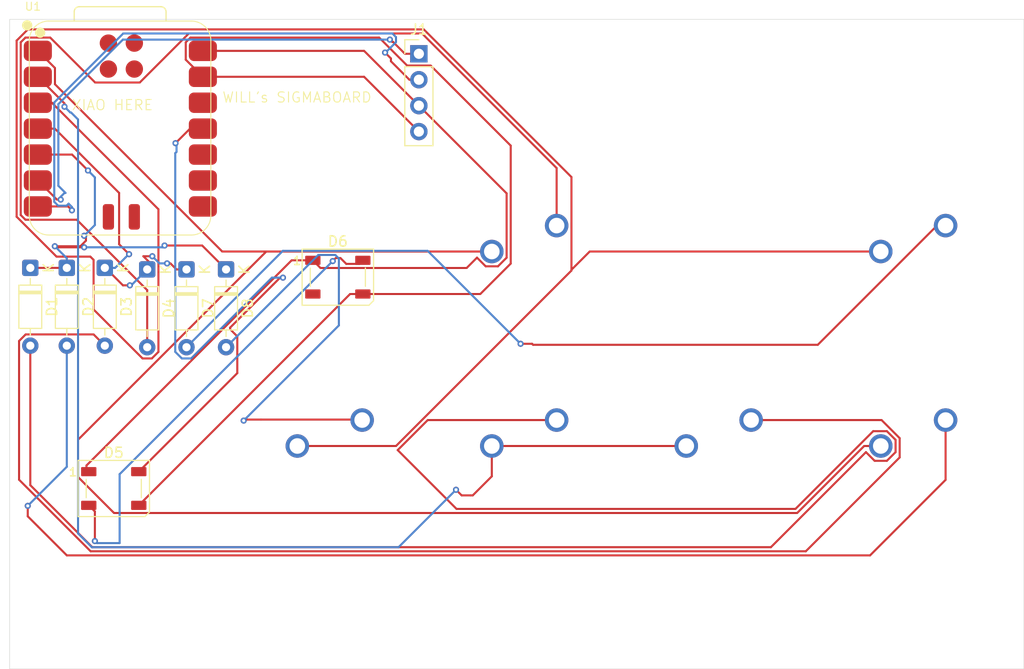
<source format=kicad_pcb>
(kicad_pcb (version 20241229) (generator "pcbnew") (generator_version "9.0")
  (layers (0 "F.Cu" signal) (2 "B.Cu" signal) (13 "F.Paste" user) (15 "B.Paste" user) (5 "F.SilkS" user "F.Silkscreen") (7 "B.SilkS" user "B.Silkscreen") (1 "F.Mask" user) (3 "B.Mask" user) (25 "Edge.Cuts" user))
  (net 0 "")
  (net 1 "Net-(D1-A)")
  (net 2 "ROW0")
  (net 3 "Net-(D2-A)")
  (net 4 "ROW1")
  (net 5 "GND")
  (net 6 "COL0")
  (net 7 "COL1")
  (net 8 "Net-(D3-A)")
  (net 9 "VCC")
  (net 11 "Net-(D4-A)")
  (net 12 "SDA")
  (net 13 "SCL")
  (net 14 "WS2812B")
  (net 15 "Net-(D5-DOUT)")
  (net 17 "COL2")
  (net 18 "Net-(D7-A)")
  (net 19 "Net-(D8-A)")
  (footprint "Diode_THT:D_DO-35_SOD27_P7.62mm_Horizontal" (layer "F.Cu") (at 135.925 92.09 -90)
    (property "Reference" "D3" (at 3.81 -2.12 90) (layer "F.SilkS"))
    (property "Value" "D")
    (fp_line (start 1.04 0) (end 1.69 0) (stroke (width 0.12)) (layer "F.SilkS"))
    (fp_line (start 6.58 0) (end 5.93 0) (stroke (width 0.12)) (layer "F.SilkS"))
    (fp_line (start 2.29 -1.12) (end 2.29 1.12) (stroke (width 0.12)) (layer "F.SilkS"))
    (fp_line (start 2.41 -1.12) (end 2.41 1.12) (stroke (width 0.12)) (layer "F.SilkS"))
    (fp_line (start 2.53 -1.12) (end 2.53 1.12) (stroke (width 0.12)) (layer "F.SilkS"))
    (fp_rect (start 1.69 -1.12) (end 5.93 1.12) (stroke (width 0.12)) (fill no) (layer "F.SilkS"))
    (fp_text user "K" (at 0 -1.8 90) (layer "F.SilkS"))
    (pad "1" thru_hole roundrect (at 0 0 270) (size 1.6 1.6) (drill 0.8) (layers "*.Cu" "*.Mask") (roundrect_rratio 0.15625) (net 4 "ROW1"))
    (pad "2" thru_hole circle (at 7.62 0 270) (size 1.6 1.6) (drill 0.8) (layers "*.Cu" "*.Mask") (net 8 "Net-(D3-A)"))
  )
  (footprint "Seeed Studio XIAO Series Library:XIAO-RP2040-SMD" (layer "F.Cu") (at 137.363 78.453)
    (property "Reference" "U1" (at -9.335 -11.5 0) (layer "F.SilkS") (effects (font (size 0.78232 0.78232) (thickness 0.10668)) (justify left bottom)))
    (property "Value" "Seeed Studio XIAO RP2040")
    (fp_line (start -8.835 8.513) (end -8.835 -8.632) (stroke (width 0.1)) (layer "F.SilkS"))
    (fp_line (start -6.93 10.418) (end 7.04 10.418) (stroke (width 0.1)) (layer "F.SilkS"))
    (fp_line (start -4.44 -10.537) (end -4.436272 -11.447272) (stroke (width 0.127)) (layer "F.SilkS"))
    (fp_line (start -3.936272 -11.947) (end 4.059 -11.947) (stroke (width 0.127)) (layer "F.SilkS"))
    (fp_line (start 4.559 -11.447) (end 4.559 -10.537) (stroke (width 0.127)) (layer "F.SilkS"))
    (fp_line (start 7.04 -10.537) (end -6.93 -10.537) (stroke (width 0.1)) (layer "F.SilkS"))
    (fp_line (start 8.945 8.513) (end 8.945 -8.632) (stroke (width 0.1)) (layer "F.SilkS"))
    (fp_arc (start -8.835 -8.636) (mid -8.277038 -9.983038) (end -6.93 -10.541) (stroke (width 0.1)) (layer "F.SilkS"))
    (fp_arc (start -6.93 10.418) (mid -8.277038 9.860038) (end -8.835 8.513) (stroke (width 0.1)) (layer "F.SilkS"))
    (fp_arc (start -4.436272 -11.447272) (mid -4.289724 -11.800644) (end -3.936272 -11.947) (stroke (width 0.127)) (layer "F.SilkS"))
    (fp_arc (start 4.059 -11.947) (mid 4.412553 -11.800553) (end 4.559 -11.447) (stroke (width 0.127)) (layer "F.SilkS"))
    (fp_arc (start 7.04 -10.537) (mid 8.387038 -9.979038) (end 8.945 -8.632) (stroke (width 0.1)) (layer "F.SilkS"))
    (fp_arc (start 8.945 8.513) (mid 8.387038 9.860038) (end 7.04 10.418) (stroke (width 0.1)) (layer "F.SilkS"))
    (fp_circle (center -9.045 -10.121) (end -9.045 -10.375) (stroke (width 0.5)) (fill yes) (layer "F.SilkS"))
    (fp_circle (center -7.771 -9.404) (end -7.771 -9.658) (stroke (width 0.5)) (fill yes) (layer "F.SilkS"))
    (pad "1" smd roundrect (at -8 -7.62) (size 2.75 2) (layers "F.Cu" "F.Mask" "F.Paste") (net 17 "COL2"))
    (pad "2" smd roundrect (at -8 -5.08) (size 2.75 2) (layers "F.Cu" "F.Mask" "F.Paste") (net 7 "COL1"))
    (pad "3" smd roundrect (at -8 -2.54) (size 2.75 2) (layers "F.Cu" "F.Mask" "F.Paste") (net 6 "COL0"))
    (pad "4" smd roundrect (at -8 0) (size 2.75 2) (layers "F.Cu" "F.Mask" "F.Paste") (net 4 "ROW1"))
    (pad "5" smd roundrect (at -8 2.54) (size 2.75 2) (layers "F.Cu" "F.Mask" "F.Paste") (net 2 "ROW0"))
    (pad "6" smd roundrect (at -8 5.08) (size 2.75 2) (layers "F.Cu" "F.Mask" "F.Paste") (net 12 "SDA"))
    (pad "7" smd roundrect (at -8 7.62) (size 2.75 2) (layers "F.Cu" "F.Mask" "F.Paste") (net 13 "SCL"))
    (pad "8" smd roundrect (at 8.165 7.62) (size 2.75 2) (layers "F.Cu" "F.Mask" "F.Paste"))
    (pad "9" smd roundrect (at 8.165 5.08) (size 2.75 2) (layers "F.Cu" "F.Mask" "F.Paste"))
    (pad "10" smd roundrect (at 8.165 2.54) (size 2.75 2) (layers "F.Cu" "F.Mask" "F.Paste"))
    (pad "11" smd roundrect (at 8.165 0) (size 2.75 2) (layers "F.Cu" "F.Mask" "F.Paste") (net 14 "WS2812B"))
    (pad "12" smd roundrect (at 8.165 -2.54) (size 2.75 2) (layers "F.Cu" "F.Mask" "F.Paste"))
    (pad "13" smd roundrect (at 8.165 -5.08) (size 2.75 2) (layers "F.Cu" "F.Mask" "F.Paste") (net 5 "GND"))
    (pad "14" smd roundrect (at 8.165 -7.62) (size 2.75 2) (layers "F.Cu" "F.Mask" "F.Paste") (net 9 "VCC"))
    (pad "15" smd roundrect (at -1.088 8.64 270) (size 2.5 1.1) (layers "F.Cu" "F.Mask" "F.Paste"))
    (pad "16" smd roundrect (at 1.452 8.64 270) (size 2.5 1.1) (layers "F.Cu" "F.Mask" "F.Paste"))
    (pad "17" smd circle (at -1.088 -8.378) (size 1.7 1.7) (layers "F.Cu" "F.Mask" "F.Paste"))
    (pad "18" smd circle (at 1.452 -8.378) (size 1.7 1.7) (layers "F.Cu" "F.Mask" "F.Paste"))
    (pad "19" smd circle (at -1.088 -5.838) (size 1.7 1.7) (layers "F.Cu" "F.Mask" "F.Paste"))
    (pad "20" smd circle (at 1.452 -5.838) (size 1.7 1.7) (layers "F.Cu" "F.Mask" "F.Paste"))
  )
  (footprint "Diode_THT:D_DO-35_SOD27_P7.62mm_Horizontal" (layer "F.Cu") (at 143.925 92.24 -90)
    (property "Reference" "D7" (at 3.81 -2.12 90) (layer "F.SilkS"))
    (property "Value" "D")
    (fp_line (start 1.04 0) (end 1.69 0) (stroke (width 0.12)) (layer "F.SilkS"))
    (fp_line (start 6.58 0) (end 5.93 0) (stroke (width 0.12)) (layer "F.SilkS"))
    (fp_line (start 2.29 -1.12) (end 2.29 1.12) (stroke (width 0.12)) (layer "F.SilkS"))
    (fp_line (start 2.41 -1.12) (end 2.41 1.12) (stroke (width 0.12)) (layer "F.SilkS"))
    (fp_line (start 2.53 -1.12) (end 2.53 1.12) (stroke (width 0.12)) (layer "F.SilkS"))
    (fp_rect (start 1.69 -1.12) (end 5.93 1.12) (stroke (width 0.12)) (fill no) (layer "F.SilkS"))
    (fp_text user "K" (at 0 -1.8 90) (layer "F.SilkS"))
    (pad "1" thru_hole roundrect (at 0 0 270) (size 1.6 1.6) (drill 0.8) (layers "*.Cu" "*.Mask") (roundrect_rratio 0.15625) (net 4 "ROW1"))
    (pad "2" thru_hole circle (at 7.62 0 270) (size 1.6 1.6) (drill 0.8) (layers "*.Cu" "*.Mask") (net 18 "Net-(D7-A)"))
  )
  (footprint "MX_Solderable:MX-Solderable-1U" (layer "F.Cu") (at 177.64125 93.0275)
    (property "Reference" "SW4")
    (property "Value" "SW_Push_45deg")
    (pad "" np_thru_hole circle (at -5.08 0 48.099) (size 1.7018 1.7018) (drill 1.7018) (layers "*.Cu" "*.Mask"))
    (pad "" np_thru_hole circle (at 0 0) (size 3.9878 3.9878) (drill 3.9878) (layers "*.Cu" "*.Mask"))
    (pad "" np_thru_hole circle (at 5.08 0 48.099) (size 1.7018 1.7018) (drill 1.7018) (layers "*.Cu" "*.Mask"))
    (pad "1" thru_hole circle (at -3.81 -2.54) (size 2.3 2.3) (drill 1.524) (layers "*.Cu" "B.Mask") (net 17 "COL2"))
    (pad "2" thru_hole circle (at 2.54 -5.08) (size 2.3 2.3) (drill 1.524) (layers "*.Cu" "B.Mask") (net 11 "Net-(D4-A)"))
  )
  (footprint "Diode_THT:D_DO-35_SOD27_P7.62mm_Horizontal" (layer "F.Cu") (at 147.8 92.24 -90)
    (property "Reference" "D8" (at 3.81 -2.12 90) (layer "F.SilkS"))
    (property "Value" "D")
    (fp_line (start 1.04 0) (end 1.69 0) (stroke (width 0.12)) (layer "F.SilkS"))
    (fp_line (start 6.58 0) (end 5.93 0) (stroke (width 0.12)) (layer "F.SilkS"))
    (fp_line (start 2.29 -1.12) (end 2.29 1.12) (stroke (width 0.12)) (layer "F.SilkS"))
    (fp_line (start 2.41 -1.12) (end 2.41 1.12) (stroke (width 0.12)) (layer "F.SilkS"))
    (fp_line (start 2.53 -1.12) (end 2.53 1.12) (stroke (width 0.12)) (layer "F.SilkS"))
    (fp_rect (start 1.69 -1.12) (end 5.93 1.12) (stroke (width 0.12)) (fill no) (layer "F.SilkS"))
    (fp_text user "K" (at 0 -1.8 90) (layer "F.SilkS"))
    (pad "1" thru_hole roundrect (at 0 0 270) (size 1.6 1.6) (drill 0.8) (layers "*.Cu" "*.Mask") (roundrect_rratio 0.15625) (net 2 "ROW0"))
    (pad "2" thru_hole circle (at 7.62 0 270) (size 1.6 1.6) (drill 0.8) (layers "*.Cu" "*.Mask") (net 19 "Net-(D8-A)"))
  )
  (footprint "MX_Solderable:MX-Solderable-1U" (layer "F.Cu") (at 158.59125 112.0775)
    (property "Reference" "SW1")
    (property "Value" "SW_Push_45deg")
    (pad "" np_thru_hole circle (at -5.08 0 48.099) (size 1.7018 1.7018) (drill 1.7018) (layers "*.Cu" "*.Mask"))
    (pad "" np_thru_hole circle (at 0 0) (size 3.9878 3.9878) (drill 3.9878) (layers "*.Cu" "*.Mask"))
    (pad "" np_thru_hole circle (at 5.08 0 48.099) (size 1.7018 1.7018) (drill 1.7018) (layers "*.Cu" "*.Mask"))
    (pad "1" thru_hole circle (at -3.81 -2.54) (size 2.3 2.3) (drill 1.524) (layers "*.Cu" "B.Mask") (net 6 "COL0"))
    (pad "2" thru_hole circle (at 2.54 -5.08) (size 2.3 2.3) (drill 1.524) (layers "*.Cu" "B.Mask") (net 19 "Net-(D8-A)"))
  )
  (footprint "Diode_THT:D_DO-35_SOD27_P7.62mm_Horizontal" (layer "F.Cu") (at 128.625 92.09 -90)
    (property "Reference" "D1" (at 3.81 -2.12 90) (layer "F.SilkS"))
    (property "Value" "D")
    (fp_line (start 1.04 0) (end 1.69 0) (stroke (width 0.12)) (layer "F.SilkS"))
    (fp_line (start 6.58 0) (end 5.93 0) (stroke (width 0.12)) (layer "F.SilkS"))
    (fp_line (start 2.29 -1.12) (end 2.29 1.12) (stroke (width 0.12)) (layer "F.SilkS"))
    (fp_line (start 2.41 -1.12) (end 2.41 1.12) (stroke (width 0.12)) (layer "F.SilkS"))
    (fp_line (start 2.53 -1.12) (end 2.53 1.12) (stroke (width 0.12)) (layer "F.SilkS"))
    (fp_rect (start 1.69 -1.12) (end 5.93 1.12) (stroke (width 0.12)) (fill no) (layer "F.SilkS"))
    (fp_text user "K" (at 0 -1.8 90) (layer "F.SilkS"))
    (pad "1" thru_hole roundrect (at 0 0 270) (size 1.6 1.6) (drill 0.8) (layers "*.Cu" "*.Mask") (roundrect_rratio 0.15625) (net 2 "ROW0"))
    (pad "2" thru_hole circle (at 7.62 0 270) (size 1.6 1.6) (drill 0.8) (layers "*.Cu" "*.Mask") (net 1 "Net-(D1-A)"))
  )
  (footprint "LED_SMD:LED_WS2812B_PLCC4_5.0x5.0mm_P3.2mm" (layer "F.Cu") (at 136.8 113.7)
    (property "Reference" "D5" (at 0 -3.5 0) (layer "F.SilkS"))
    (property "Value" "WS2812B")
    (fp_line (start -3.5 -2.75) (end -3.5 2.75) (stroke (width 0.12)) (layer "F.SilkS"))
    (fp_line (start -3.5 -2.75) (end 3.5 -2.75) (stroke (width 0.12)) (layer "F.SilkS"))
    (fp_line (start -3.5 2.75) (end 3.05 2.75) (stroke (width 0.12)) (layer "F.SilkS"))
    (fp_line (start -2.7 0.9) (end -2.7 -0.9) (stroke (width 0.12)) (layer "F.SilkS"))
    (fp_line (start 2.7 0.9) (end 2.7 -0.9) (stroke (width 0.12)) (layer "F.SilkS"))
    (fp_line (start 3.05 2.75) (end 3.5 2.3) (stroke (width 0.12)) (layer "F.SilkS"))
    (fp_line (start 3.5 2.3) (end 3.5 -2.75) (stroke (width 0.12)) (layer "F.SilkS"))
    (fp_text user "1" (at -4 -1.6 0) (layer "F.SilkS") (effects (font (size 0.8 0.8))))
    (pad "1" smd roundrect (at -2.45 -1.65) (size 1.5 0.9) (layers "F.Cu" "F.Mask" "F.Paste") (roundrect_rratio 0.1) (net 9 "VCC"))
    (pad "2" smd roundrect (at -2.45 1.65) (size 1.5 0.9) (layers "F.Cu" "F.Mask" "F.Paste") (roundrect_rratio 0.1) (net 15 "Net-(D5-DOUT)"))
    (pad "3" smd roundrect (at 2.45 1.65) (size 1.5 0.9) (layers "F.Cu" "F.Mask" "F.Paste") (roundrect_rratio 0.1) (net 5 "GND"))
    (pad "4" smd roundrect (at 2.45 -1.65) (size 1.5 0.9) (layers "F.Cu" "F.Mask" "F.Paste") (roundrect_rratio 0.1) (net 14 "WS2812B"))
  )
  (footprint "Diode_THT:D_DO-35_SOD27_P7.62mm_Horizontal" (layer "F.Cu") (at 132.2 92.09 -90)
    (property "Reference" "D2" (at 3.81 -2.12 90) (layer "F.SilkS"))
    (property "Value" "D")
    (fp_line (start 1.04 0) (end 1.69 0) (stroke (width 0.12)) (layer "F.SilkS"))
    (fp_line (start 6.58 0) (end 5.93 0) (stroke (width 0.12)) (layer "F.SilkS"))
    (fp_line (start 2.29 -1.12) (end 2.29 1.12) (stroke (width 0.12)) (layer "F.SilkS"))
    (fp_line (start 2.41 -1.12) (end 2.41 1.12) (stroke (width 0.12)) (layer "F.SilkS"))
    (fp_line (start 2.53 -1.12) (end 2.53 1.12) (stroke (width 0.12)) (layer "F.SilkS"))
    (fp_rect (start 1.69 -1.12) (end 5.93 1.12) (stroke (width 0.12)) (fill no) (layer "F.SilkS"))
    (fp_text user "K" (at 0 -1.8 90) (layer "F.SilkS"))
    (pad "1" thru_hole roundrect (at 0 0 270) (size 1.6 1.6) (drill 0.8) (layers "*.Cu" "*.Mask") (roundrect_rratio 0.15625) (net 2 "ROW0"))
    (pad "2" thru_hole circle (at 7.62 0 270) (size 1.6 1.6) (drill 0.8) (layers "*.Cu" "*.Mask") (net 3 "Net-(D2-A)"))
  )
  (footprint "Diode_THT:D_DO-35_SOD27_P7.62mm_Horizontal" (layer "F.Cu") (at 140.075 92.24 -90)
    (property "Reference" "D4" (at 3.81 -2.12 90) (layer "F.SilkS"))
    (property "Value" "D")
    (fp_line (start 1.04 0) (end 1.69 0) (stroke (width 0.12)) (layer "F.SilkS"))
    (fp_line (start 6.58 0) (end 5.93 0) (stroke (width 0.12)) (layer "F.SilkS"))
    (fp_line (start 2.29 -1.12) (end 2.29 1.12) (stroke (width 0.12)) (layer "F.SilkS"))
    (fp_line (start 2.41 -1.12) (end 2.41 1.12) (stroke (width 0.12)) (layer "F.SilkS"))
    (fp_line (start 2.53 -1.12) (end 2.53 1.12) (stroke (width 0.12)) (layer "F.SilkS"))
    (fp_rect (start 1.69 -1.12) (end 5.93 1.12) (stroke (width 0.12)) (fill no) (layer "F.SilkS"))
    (fp_text user "K" (at 0 -1.8 90) (layer "F.SilkS"))
    (pad "1" thru_hole roundrect (at 0 0 270) (size 1.6 1.6) (drill 0.8) (layers "*.Cu" "*.Mask") (roundrect_rratio 0.15625) (net 4 "ROW1"))
    (pad "2" thru_hole circle (at 7.62 0 270) (size 1.6 1.6) (drill 0.8) (layers "*.Cu" "*.Mask") (net 11 "Net-(D4-A)"))
  )
  (footprint "Connector_PinHeader_2.54mm:PinHeader_1x04_P2.54mm_Vertical" (layer "F.Cu") (at 166.6875 71.12)
    (property "Reference" "J1" (at 0 -2.38 0) (layer "F.SilkS"))
    (property "Value" "OLED_DISPLAY")
    (fp_line (start -1.38 -1.38) (end 0 -1.38) (stroke (width 0.12)) (layer "F.SilkS"))
    (fp_line (start -1.38 0) (end -1.38 -1.38) (stroke (width 0.12)) (layer "F.SilkS"))
    (fp_line (start -1.38 1.27) (end -1.38 9) (stroke (width 0.12)) (layer "F.SilkS"))
    (fp_line (start -1.38 1.27) (end 1.38 1.27) (stroke (width 0.12)) (layer "F.SilkS"))
    (fp_line (start -1.38 9) (end 1.38 9) (stroke (width 0.12)) (layer "F.SilkS"))
    (fp_line (start 1.38 1.27) (end 1.38 9) (stroke (width 0.12)) (layer "F.SilkS"))
    (pad "1" thru_hole rect (at 0 0) (size 1.7 1.7) (drill 1) (layers "*.Cu" "*.Mask") (net 12 "SDA"))
    (pad "2" thru_hole circle (at 0 2.54) (size 1.7 1.7) (drill 1) (layers "*.Cu" "*.Mask") (net 13 "SCL"))
    (pad "3" thru_hole circle (at 0 5.08) (size 1.7 1.7) (drill 1) (layers "*.Cu" "*.Mask") (net 9 "VCC"))
    (pad "4" thru_hole circle (at 0 7.62) (size 1.7 1.7) (drill 1) (layers "*.Cu" "*.Mask") (net 5 "GND"))
  )
  (footprint "MX_Solderable:MX-Solderable-1U" (layer "F.Cu") (at 215.74125 112.0775)
    (property "Reference" "SW5")
    (property "Value" "SW_Push_45deg")
    (pad "" np_thru_hole circle (at -5.08 0 48.099) (size 1.7018 1.7018) (drill 1.7018) (layers "*.Cu" "*.Mask"))
    (pad "" np_thru_hole circle (at 0 0) (size 3.9878 3.9878) (drill 3.9878) (layers "*.Cu" "*.Mask"))
    (pad "" np_thru_hole circle (at 5.08 0 48.099) (size 1.7018 1.7018) (drill 1.7018) (layers "*.Cu" "*.Mask"))
    (pad "1" thru_hole circle (at -3.81 -2.54) (size 2.3 2.3) (drill 1.524) (layers "*.Cu" "B.Mask") (net 17 "COL2"))
    (pad "2" thru_hole circle (at 2.54 -5.08) (size 2.3 2.3) (drill 1.524) (layers "*.Cu" "B.Mask") (net 3 "Net-(D2-A)"))
  )
  (footprint "MX_Solderable:MX-Solderable-1U" (layer "F.Cu") (at 215.74125 93.0275)
    (property "Reference" "SW6")
    (property "Value" "SW_Push_45deg")
    (pad "" np_thru_hole circle (at -5.08 0 48.099) (size 1.7018 1.7018) (drill 1.7018) (layers "*.Cu" "*.Mask"))
    (pad "" np_thru_hole circle (at 0 0) (size 3.9878 3.9878) (drill 3.9878) (layers "*.Cu" "*.Mask"))
    (pad "" np_thru_hole circle (at 5.08 0 48.099) (size 1.7018 1.7018) (drill 1.7018) (layers "*.Cu" "*.Mask"))
    (pad "1" thru_hole circle (at -3.81 -2.54) (size 2.3 2.3) (drill 1.524) (layers "*.Cu" "B.Mask") (net 6 "COL0"))
    (pad "2" thru_hole circle (at 2.54 -5.08) (size 2.3 2.3) (drill 1.524) (layers "*.Cu" "B.Mask") (net 18 "Net-(D7-A)"))
  )
  (footprint "MX_Solderable:MX-Solderable-1U" (layer "F.Cu") (at 196.69125 112.0775)
    (property "Reference" "SW3")
    (property "Value" "SW_Push_45deg")
    (pad "" np_thru_hole circle (at -5.08 0 48.099) (size 1.7018 1.7018) (drill 1.7018) (layers "*.Cu" "*.Mask"))
    (pad "" np_thru_hole circle (at 0 0) (size 3.9878 3.9878) (drill 3.9878) (layers "*.Cu" "*.Mask"))
    (pad "" np_thru_hole circle (at 5.08 0 48.099) (size 1.7018 1.7018) (drill 1.7018) (layers "*.Cu" "*.Mask"))
    (pad "1" thru_hole circle (at -3.81 -2.54) (size 2.3 2.3) (drill 1.524) (layers "*.Cu" "B.Mask") (net 7 "COL1"))
    (pad "2" thru_hole circle (at 2.54 -5.08) (size 2.3 2.3) (drill 1.524) (layers "*.Cu" "B.Mask") (net 8 "Net-(D3-A)"))
  )
  (footprint "MX_Solderable:MX-Solderable-1U" (layer "F.Cu") (at 177.64125 112.0775)
    (property "Reference" "SW2")
    (property "Value" "SW_Push_45deg")
    (pad "" np_thru_hole circle (at -5.08 0 48.099) (size 1.7018 1.7018) (drill 1.7018) (layers "*.Cu" "*.Mask"))
    (pad "" np_thru_hole circle (at 0 0) (size 3.9878 3.9878) (drill 3.9878) (layers "*.Cu" "*.Mask"))
    (pad "" np_thru_hole circle (at 5.08 0 48.099) (size 1.7018 1.7018) (drill 1.7018) (layers "*.Cu" "*.Mask"))
    (pad "1" thru_hole circle (at -3.81 -2.54) (size 2.3 2.3) (drill 1.524) (layers "*.Cu" "B.Mask") (net 7 "COL1"))
    (pad "2" thru_hole circle (at 2.54 -5.08) (size 2.3 2.3) (drill 1.524) (layers "*.Cu" "B.Mask") (net 1 "Net-(D1-A)"))
  )
  (footprint "LED_SMD:LED_WS2812B_PLCC4_5.0x5.0mm_P3.2mm" (layer "F.Cu") (at 158.75 93)
    (property "Reference" "D6" (at 0 -3.5 0) (layer "F.SilkS"))
    (property "Value" "WS2812B")
    (fp_line (start -3.5 -2.75) (end -3.5 2.75) (stroke (width 0.12)) (layer "F.SilkS"))
    (fp_line (start -3.5 -2.75) (end 3.5 -2.75) (stroke (width 0.12)) (layer "F.SilkS"))
    (fp_line (start -3.5 2.75) (end 3.05 2.75) (stroke (width 0.12)) (layer "F.SilkS"))
    (fp_line (start -2.7 0.9) (end -2.7 -0.9) (stroke (width 0.12)) (layer "F.SilkS"))
    (fp_line (start 2.7 0.9) (end 2.7 -0.9) (stroke (width 0.12)) (layer "F.SilkS"))
    (fp_line (start 3.05 2.75) (end 3.5 2.3) (stroke (width 0.12)) (layer "F.SilkS"))
    (fp_line (start 3.5 2.3) (end 3.5 -2.75) (stroke (width 0.12)) (layer "F.SilkS"))
    (fp_text user "1" (at -4 -1.6 0) (layer "F.SilkS") (effects (font (size 0.8 0.8))))
    (pad "1" smd roundrect (at -2.45 -1.65) (size 1.5 0.9) (layers "F.Cu" "F.Mask" "F.Paste") (roundrect_rratio 0.1) (net 9 "VCC"))
    (pad "2" smd roundrect (at -2.45 1.65) (size 1.5 0.9) (layers "F.Cu" "F.Mask" "F.Paste") (roundrect_rratio 0.1))
    (pad "3" smd roundrect (at 2.45 1.65) (size 1.5 0.9) (layers "F.Cu" "F.Mask" "F.Paste") (roundrect_rratio 0.1) (net 5 "GND"))
    (pad "4" smd roundrect (at 2.45 -1.65) (size 1.5 0.9) (layers "F.Cu" "F.Mask" "F.Paste") (roundrect_rratio 0.1) (net 15 "Net-(D5-DOUT)"))
  )
  (gr_rect (start 126.6 67.75) (end 225.95 131.375) (stroke (width 0.05)) (fill no) (layer "Edge.Cuts"))
  (gr_text "XIAO HERE" (at 132.625 76.725 0) (layer "F.SilkS") (effects (font (size 1 1) (thickness 0.1)) (justify left bottom)))
  (gr_text "WILL's SIGMABOARD" (at 147.375 75.975 0) (layer "F.SilkS") (effects (font (size 1 1) (thickness 0.1)) (justify left bottom)))
  (segment (start 212.532274 108.0865) (end 213.38225 108.936476) (width 0.2) (layer "F.Cu") (net 1))
  (segment (start 164.613539 109.9385) (end 170.375039 115.7) (width 0.2) (layer "F.Cu") (net 1))
  (segment (start 203.575305 115.7) (end 211.188805 108.0865) (width 0.2) (layer "F.Cu") (net 1))
  (segment (start 211.330226 110.9885) (end 210.48025 110.138524) (width 0.2) (layer "F.Cu") (net 1))
  (segment (start 213.38225 110.138524) (end 212.532274 110.9885) (width 0.2) (layer "F.Cu") (net 1))
  (segment (start 211.188805 108.0865) (end 212.532274 108.0865) (width 0.2) (layer "F.Cu") (net 1))
  (segment (start 167.554539 106.9975) (end 164.613539 109.9385) (width 0.2) (layer "F.Cu") (net 1))
  (segment (start 180.18125 106.9975) (end 167.554539 106.9975) (width 0.2) (layer "F.Cu") (net 1))
  (segment (start 134.701057 119.451) (end 128.625 113.374943) (width 0.2) (layer "F.Cu") (net 1))
  (segment (start 128.625 113.374943) (end 128.625 99.71) (width 0.2) (layer "F.Cu") (net 1))
  (segment (start 201.167774 119.451) (end 134.701057 119.451) (width 0.2) (layer "F.Cu") (net 1))
  (segment (start 213.38225 108.936476) (end 213.38225 110.138524) (width 0.2) (layer "F.Cu") (net 1))
  (segment (start 212.532274 110.9885) (end 211.330226 110.9885) (width 0.2) (layer "F.Cu") (net 1))
  (segment (start 210.48025 110.138524) (end 201.167774 119.451) (width 0.2) (layer "F.Cu") (net 1))
  (segment (start 170.375039 115.7) (end 203.575305 115.7) (width 0.2) (layer "F.Cu") (net 1))
  (segment (start 134.275 82.55) (end 132.718 80.993) (width 0.2) (layer "F.Cu") (net 2))
  (segment (start 132.718 80.993) (end 129.363 80.993) (width 0.2) (layer "F.Cu") (net 2))
  (segment (start 131.131372 90.075) (end 131.028186 89.971814) (width 0.2) (layer "F.Cu") (net 2))
  (segment (start 133.528186 89.971814) (end 134.075 89.425) (width 0.2) (layer "F.Cu") (net 2))
  (segment (start 145.46 89.9) (end 142 89.9) (width 0.2) (layer "F.Cu") (net 2))
  (segment (start 131.325 90.075) (end 131.131372 90.075) (width 0.2) (layer "F.Cu") (net 2))
  (segment (start 133.901 90.075) (end 131.325 90.075) (width 0.2) (layer "F.Cu") (net 2))
  (segment (start 134.075 89.425) (end 134.075 89.118469) (width 0.2) (layer "F.Cu") (net 2))
  (segment (start 131.028186 89.971814) (end 133.528186 89.971814) (width 0.2) (layer "F.Cu") (net 2))
  (segment (start 147.8 92.24) (end 145.46 89.9) (width 0.2) (layer "F.Cu") (net 2))
  (segment (start 142 89.9) (end 141.776 89.9) (width 0.2) (layer "F.Cu") (net 2))
  (segment (start 132.2 92.09) (end 128.625 92.09) (width 0.2) (layer "F.Cu") (net 2))
  (segment (start 134.075 89.118469) (end 133.901 88.944469) (width 0.2) (layer "F.Cu") (net 2))
  (via (at 133.901 88.944469) (size 0.6) (drill 0.3) (layers "F.Cu" "B.Cu") (net 2))
  (via (at 133.901 90.075) (size 0.6) (drill 0.3) (layers "F.Cu" "B.Cu") (net 2))
  (via (at 131.028186 89.971814) (size 0.6) (drill 0.3) (layers "F.Cu" "B.Cu") (net 2))
  (via (at 141.776 89.9) (size 0.6) (drill 0.3) (layers "F.Cu" "B.Cu") (net 2))
  (via (at 134.275 82.55) (size 0.6) (drill 0.3) (layers "F.Cu" "B.Cu") (net 2))
  (segment (start 133.9 90.075) (end 133.901 90.075) (width 0.2) (layer "B.Cu") (net 2))
  (segment (start 134.95 87.895469) (end 134.95 83.3) (width 0.2) (layer "B.Cu") (net 2))
  (segment (start 134.95 83.225) (end 134.275 82.55) (width 0.2) (layer "B.Cu") (net 2))
  (segment (start 133.901 88.944469) (end 134.95 87.895469) (width 0.2) (layer "B.Cu") (net 2))
  (segment (start 141.776 89.9) (end 141.601 90.075) (width 0.2) (layer "B.Cu") (net 2))
  (segment (start 131.028186 89.971814) (end 132.2 91.143628) (width 0.2) (layer "B.Cu") (net 2))
  (segment (start 134.95 83.3) (end 134.95 83.225) (width 0.2) (layer "B.Cu") (net 2))
  (segment (start 132.2 91.143628) (end 132.2 92.09) (width 0.2) (layer "B.Cu") (net 2))
  (segment (start 141.601 90.075) (end 133.9 90.075) (width 0.2) (layer "B.Cu") (net 2))
  (segment (start 128.375 116.425) (end 128.375 115.4) (width 0.2) (layer "F.Cu") (net 3))
  (segment (start 218.28125 112.853689) (end 210.881939 120.253) (width 0.2) (layer "F.Cu") (net 3))
  (segment (start 132.203 120.253) (end 129.375 117.425) (width 0.2) (layer "F.Cu") (net 3))
  (segment (start 129.375 117.425) (end 128.375 116.425) (width 0.2) (layer "F.Cu") (net 3))
  (segment (start 210.881939 120.253) (end 132.203 120.253) (width 0.2) (layer "F.Cu") (net 3))
  (segment (start 218.28125 106.9975) (end 218.28125 112.853689) (width 0.2) (layer "F.Cu") (net 3))
  (via (at 128.375 115.4) (size 0.6) (drill 0.3) (layers "F.Cu" "B.Cu") (net 3))
  (segment (start 128.375 115.4) (end 132.2 111.575) (width 0.2) (layer "B.Cu") (net 3))
  (segment (start 132.2 111.575) (end 132.2 99.71) (width 0.2) (layer "B.Cu") (net 3))
  (segment (start 142.94 92.24) (end 143.925 92.24) (width 0.2) (layer "F.Cu") (net 4))
  (segment (start 142.025 91.65) (end 142.35 91.65) (width 0.2) (layer "F.Cu") (net 4))
  (segment (start 135.925 92.09) (end 135.935 92.1) (width 0.2) (layer "F.Cu") (net 4))
  (segment (start 139.7 90.95) (end 140.575 90.95) (width 0.2) (layer "F.Cu") (net 4))
  (segment (start 142.35 91.65) (end 142.94 92.24) (width 0.2) (layer "F.Cu") (net 4))
  (segment (start 137.325 89.775) (end 137.325 84.750057) (width 0.2) (layer "F.Cu") (net 4))
  (segment (start 135.99 92.09) (end 137.7 93.8) (width 0.2) (layer "F.Cu") (net 4))
  (segment (start 137.325 84.750057) (end 131.027943 78.453) (width 0.2) (layer "F.Cu") (net 4))
  (segment (start 138.3 90.75) (end 137.325 89.775) (width 0.2) (layer "F.Cu") (net 4))
  (segment (start 137.7 93.8) (end 138.375 93.8) (width 0.2) (layer "F.Cu") (net 4))
  (segment (start 140.075 92.24) (end 140.5 91.815) (width 0.2) (layer "F.Cu") (net 4))
  (segment (start 140.5 91.815) (end 140.5 91.75) (width 0.2) (layer "F.Cu") (net 4))
  (segment (start 135.935 92.1) (end 135.98 92.1) (width 0.2) (layer "F.Cu") (net 4))
  (segment (start 131.027943 78.453) (end 129.363 78.453) (width 0.2) (layer "F.Cu") (net 4))
  (segment (start 135.98 92.1) (end 135.99 92.09) (width 0.2) (layer "F.Cu") (net 4))
  (segment (start 140.5 91.75) (end 139.7 90.95) (width 0.2) (layer "F.Cu") (net 4))
  (via (at 138.3 90.75) (size 0.6) (drill 0.3) (layers "F.Cu" "B.Cu") (net 4))
  (via (at 142.025 91.65) (size 0.6) (drill 0.3) (layers "F.Cu" "B.Cu") (net 4))
  (via (at 140.575 90.95) (size 0.6) (drill 0.3) (layers "F.Cu" "B.Cu") (net 4))
  (via (at 138.375 93.8) (size 0.6) (drill 0.3) (layers "F.Cu" "B.Cu") (net 4))
  (segment (start 138.275 90.75) (end 138.3 90.75) (width 0.2) (layer "B.Cu") (net 4))
  (segment (start 137.95 91.075) (end 138.275 90.75) (width 0.2) (layer "B.Cu") (net 4))
  (segment (start 138.515 93.8) (end 140.075 92.24) (width 0.2) (layer "B.Cu") (net 4))
  (segment (start 135.925 92.09) (end 136.935 92.09) (width 0.2) (layer "B.Cu") (net 4))
  (segment (start 140.575 90.95) (end 141.275 91.65) (width 0.2) (layer "B.Cu") (net 4))
  (segment (start 141.8 91.65) (end 142.025 91.65) (width 0.2) (layer "B.Cu") (net 4))
  (segment (start 141.275 91.65) (end 141.8 91.65) (width 0.2) (layer "B.Cu") (net 4))
  (segment (start 136.935 92.09) (end 137.95 91.075) (width 0.2) (layer "B.Cu") (net 4))
  (segment (start 138.375 93.8) (end 138.515 93.8) (width 0.2) (layer "B.Cu") (net 4))
  (segment (start 166.6875 78.74) (end 161.3205 73.373) (width 0.2) (layer "F.Cu") (net 5))
  (segment (start 143.852 69.993942) (end 143.852 71.697) (width 0.2) (layer "F.Cu") (net 5))
  (segment (start 159.95 94.65) (end 139.25 115.35) (width 0.2) (layer "F.Cu") (net 5))
  (segment (start 143.852 71.697) (end 145.528 73.373) (width 0.2) (layer "F.Cu") (net 5))
  (segment (start 162.7975 69.532) (end 144.313942 69.532) (width 0.2) (layer "F.Cu") (net 5))
  (segment (start 175.68325 91.669311) (end 175.68325 80.11575) (width 0.2) (layer "F.Cu") (net 5))
  (segment (start 165.5365 72.271) (end 162.7975 69.532) (width 0.2) (layer "F.Cu") (net 5))
  (segment (start 161.2 94.65) (end 172.702561 94.65) (width 0.2) (layer "F.Cu") (net 5))
  (segment (start 161.2 94.65) (end 159.95 94.65) (width 0.2) (layer "F.Cu") (net 5))
  (segment (start 167.8385 72.271) (end 165.5365 72.271) (width 0.2) (layer "F.Cu") (net 5))
  (segment (start 175.68325 80.11575) (end 167.8385 72.271) (width 0.2) (layer "F.Cu") (net 5))
  (segment (start 161.3205 73.373) (end 145.528 73.373) (width 0.2) (layer "F.Cu") (net 5))
  (segment (start 144.313942 69.532) (end 143.852 69.993942) (width 0.2) (layer "F.Cu") (net 5))
  (segment (start 172.702561 94.65) (end 175.68325 91.669311) (width 0.2) (layer "F.Cu") (net 5))
  (segment (start 181.63225 83.19565) (end 167.1666 68.73) (width 0.2) (layer "F.Cu") (net 6))
  (segment (start 127.286 69.827842) (end 127.286 87.078158) (width 0.2) (layer "F.Cu") (net 6))
  (segment (start 141.176 100.31605) (end 141.176 86.351) (width 0.2) (layer "F.Cu") (net 6))
  (segment (start 183.41975 90.4875) (end 181.63225 92.275) (width 0.2) (layer "F.Cu") (net 6))
  (segment (start 140.53105 100.961) (end 141.176 100.31605) (width 0.2) (layer "F.Cu") (net 6))
  (segment (start 181.63225 92.275) (end 181.63225 83.19565) (width 0.2) (layer "F.Cu") (net 6))
  (segment (start 134.824 91.30484) (end 134.824 96.16605) (width 0.2) (layer "F.Cu") (net 6))
  (segment (start 154.78125 109.5375) (end 164.447439 109.5375) (width 0.2) (layer "F.Cu") (net 6))
  (segment (start 211.93125 90.4875) (end 183.41975 90.4875) (width 0.2) (layer "F.Cu") (net 6))
  (segment (start 164.447439 109.5375) (end 181.63225 92.352689) (width 0.2) (layer "F.Cu") (net 6))
  (segment (start 141.176 86.351) (end 130.738 75.913) (width 0.2) (layer "F.Cu") (net 6))
  (segment (start 130.738 75.913) (end 129.363 75.913) (width 0.2) (layer "F.Cu") (net 6))
  (segment (start 134.824 96.16605) (end 139.61895 100.961) (width 0.2) (layer "F.Cu") (net 6))
  (segment (start 131.196842 90.989) (end 134.50816 90.989) (width 0.2) (layer "F.Cu") (net 6))
  (segment (start 134.50816 90.989) (end 134.824 91.30484) (width 0.2) (layer "F.Cu") (net 6))
  (segment (start 167.1666 68.73) (end 128.383842 68.73) (width 0.2) (layer "F.Cu") (net 6))
  (segment (start 139.61895 100.961) (end 140.53105 100.961) (width 0.2) (layer "F.Cu") (net 6))
  (segment (start 127.286 87.078158) (end 131.196842 90.989) (width 0.2) (layer "F.Cu") (net 6))
  (segment (start 128.383842 68.73) (end 127.286 69.827842) (width 0.2) (layer "F.Cu") (net 6))
  (segment (start 181.63225 92.352689) (end 181.63225 92.275) (width 0.2) (layer "F.Cu") (net 6))
  (segment (start 173.83125 109.5375) (end 173.83125 112.507243) (width 0.2) (layer "F.Cu") (net 7))
  (segment (start 171.963493 114.375) (end 171.75 114.375) (width 0.2) (layer "F.Cu") (net 7))
  (segment (start 173.83125 109.5375) (end 192.88125 109.5375) (width 0.2) (layer "F.Cu") (net 7))
  (segment (start 131.974265 75.984265) (end 129.363 73.373) (width 0.2) (layer "F.Cu") (net 7))
  (segment (start 171.75 114.375) (end 170.875 114.375) (width 0.2) (layer "F.Cu") (net 7))
  (segment (start 170.875 114.375) (end 170.325 113.825) (width 0.2) (layer "F.Cu") (net 7))
  (segment (start 131.974265 76.300735) (end 131.974265 75.984265) (width 0.2) (layer "F.Cu") (net 7))
  (segment (start 173.83125 112.507243) (end 171.963493 114.375) (width 0.2) (layer "F.Cu") (net 7))
  (via (at 131.974265 76.300735) (size 0.6) (drill 0.3) (layers "F.Cu" "B.Cu") (net 7))
  (via (at 170.325 113.825) (size 0.6) (drill 0.3) (layers "F.Cu" "B.Cu") (net 7))
  (segment (start 170.325 113.825) (end 164.699 119.451) (width 0.2) (layer "B.Cu") (net 7))
  (segment (start 164.699 119.451) (end 134.652 119.451) (width 0.2) (layer "B.Cu") (net 7))
  (segment (start 132.54853 76.875) (end 131.974265 76.300735) (width 0.2) (layer "B.Cu") (net 7))
  (segment (start 133.301 77.551) (end 132.625 76.875) (width 0.2) (layer "B.Cu") (net 7))
  (segment (start 134.652 119.451) (end 133.301 118.1) (width 0.2) (layer "B.Cu") (net 7))
  (segment (start 132.625 76.875) (end 132.54853 76.875) (width 0.2) (layer "B.Cu") (net 7))
  (segment (start 133.301 118.1) (end 133.301 77.551) (width 0.2) (layer "B.Cu") (net 7))
  (segment (start 204.586493 119.852) (end 134.534957 119.852) (width 0.2) (layer "F.Cu") (net 8))
  (segment (start 134.824 98.609) (end 135.925 99.71) (width 0.2) (layer "F.Cu") (net 8))
  (segment (start 212.010374 106.9975) (end 213.78325 108.770376) (width 0.2) (layer "F.Cu") (net 8))
  (segment (start 134.534957 119.852) (end 127.524 112.841043) (width 0.2) (layer "F.Cu") (net 8))
  (segment (start 127.524 112.841043) (end 127.524 99.25395) (width 0.2) (layer "F.Cu") (net 8))
  (segment (start 213.78325 108.770376) (end 213.78325 110.655243) (width 0.2) (layer "F.Cu") (net 8))
  (segment (start 199.23125 106.9975) (end 212.010374 106.9975) (width 0.2) (layer "F.Cu") (net 8))
  (segment (start 127.524 99.25395) (end 128.16895 98.609) (width 0.2) (layer "F.Cu") (net 8))
  (segment (start 128.16895 98.609) (end 134.824 98.609) (width 0.2) (layer "F.Cu") (net 8))
  (segment (start 213.78325 110.655243) (end 204.586493 119.852) (width 0.2) (layer "F.Cu") (net 8))
  (segment (start 173.230226 91.9385) (end 174.432274 91.9385) (width 0.2) (layer "F.Cu") (net 9))
  (segment (start 161.3205 70.833) (end 145.528 70.833) (width 0.2) (layer "F.Cu") (net 9))
  (segment (start 134.125 111.45) (end 134.125 111.825) (width 0.2) (layer "F.Cu") (net 9))
  (segment (start 157.051 92.101) (end 171.367774 92.101) (width 0.2) (layer "F.Cu") (net 9))
  (segment (start 175.28225 91.088524) (end 175.28225 84.79475) (width 0.2) (layer "F.Cu") (net 9))
  (segment (start 166.6875 76.2) (end 161.3205 70.833) (width 0.2) (layer "F.Cu") (net 9))
  (segment (start 156.3 91.35) (end 154.225 91.35) (width 0.2) (layer "F.Cu") (net 9))
  (segment (start 172.38025 91.088524) (end 173.230226 91.9385) (width 0.2) (layer "F.Cu") (net 9))
  (segment (start 134.125 111.825) (end 134.35 112.05) (width 0.2) (layer "F.Cu") (net 9))
  (segment (start 156.3 91.35) (end 157.051 92.101) (width 0.2) (layer "F.Cu") (net 9))
  (segment (start 175.28225 84.79475) (end 166.6875 76.2) (width 0.2) (layer "F.Cu") (net 9))
  (segment (start 171.367774 92.101) (end 172.38025 91.088524) (width 0.2) (layer "F.Cu") (net 9))
  (segment (start 154.225 91.35) (end 134.125 111.45) (width 0.2) (layer "F.Cu") (net 9))
  (segment (start 174.432274 91.9385) (end 175.28225 91.088524) (width 0.2) (layer "F.Cu") (net 9))
  (segment (start 128.148942 87.374) (end 133.179058 87.374) (width 0.2) (layer "F.Cu") (net 11))
  (segment (start 180.18125 87.9475) (end 180.18125 82.31175) (width 0.2) (layer "F.Cu") (net 11))
  (segment (start 139.345884 73.932958) (end 134.978016 73.932958) (width 0.2) (layer "F.Cu") (net 11))
  (segment (start 140.075 94.269942) (end 140.075 99.86) (width 0.2) (layer "F.Cu") (net 11))
  (segment (start 128.148942 69.532) (end 127.687 69.993942) (width 0.2) (layer "F.Cu") (net 11))
  (segment (start 167.0005 69.131) (end 144.147842 69.131) (width 0.2) (layer "F.Cu") (net 11))
  (segment (start 127.687 69.993942) (end 127.687 86.912058) (width 0.2) (layer "F.Cu") (net 11))
  (segment (start 127.687 86.912058) (end 128.148942 87.374) (width 0.2) (layer "F.Cu") (net 11))
  (segment (start 180.18125 82.31175) (end 167.0005 69.131) (width 0.2) (layer "F.Cu") (net 11))
  (segment (start 144.147842 69.131) (end 139.345884 73.932958) (width 0.2) (layer "F.Cu") (net 11))
  (segment (start 130.577058 69.532) (end 128.148942 69.532) (width 0.2) (layer "F.Cu") (net 11))
  (segment (start 134.978016 73.932958) (end 130.577058 69.532) (width 0.2) (layer "F.Cu") (net 11))
  (segment (start 133.179058 87.374) (end 140.075 94.269942) (width 0.2) (layer "F.Cu") (net 11))
  (segment (start 131.6 85.4) (end 131.23 85.4) (width 0.2) (layer "F.Cu") (net 12))
  (segment (start 164.15 69.95) (end 164.064027 69.95) (width 0.2) (layer "F.Cu") (net 12))
  (segment (start 166.6875 71.12) (end 165.32 71.12) (width 0.2) (layer "F.Cu") (net 12))
  (segment (start 164.064027 69.95) (end 163.845027 69.731) (width 0.2) (layer "F.Cu") (net 12))
  (segment (start 165.32 71.12) (end 164.15 69.95) (width 0.2) (layer "F.Cu") (net 12))
  (segment (start 131.23 85.4) (end 129.363 83.533) (width 0.2) (layer "F.Cu") (net 12))
  (via (at 131.6 85.4) (size 0.6) (drill 0.3) (layers "F.Cu" "B.Cu") (net 12))
  (via (at 163.845027 69.731) (size 0.6) (drill 0.3) (layers "F.Cu" "B.Cu") (net 12))
  (segment (start 131.975 84.75) (end 131.6 85.125) (width 0.2) (layer "B.Cu") (net 12))
  (segment (start 132.075 84.75) (end 131.975 84.75) (width 0.2) (layer "B.Cu") (net 12))
  (segment (start 131.373265 84.048265) (end 132.075 84.75) (width 0.2) (layer "B.Cu") (net 12))
  (segment (start 163.845027 69.731) (end 137.694057 69.731) (width 0.2) (layer "B.Cu") (net 12))
  (segment (start 137.694057 69.731) (end 131.373265 76.051792) (width 0.2) (layer "B.Cu") (net 12))
  (segment (start 131.6 85.125) (end 131.6 85.4) (width 0.2) (layer "B.Cu") (net 12))
  (segment (start 131.373265 76.051792) (end 131.373265 84.048265) (width 0.2) (layer "B.Cu") (net 12))
  (segment (start 132.324 86.073) (end 129.363 86.073) (width 0.2) (layer "F.Cu") (net 13))
  (segment (start 132.701 86.45) (end 132.324 86.073) (width 0.2) (layer "F.Cu") (net 13))
  (segment (start 166.6875 73.66) (end 165.76 73.66) (width 0.2) (layer "F.Cu") (net 13))
  (segment (start 163.95 71.575) (end 163.375 71) (width 0.2) (layer "F.Cu") (net 13))
  (segment (start 163.95 71.85) (end 163.95 71.575) (width 0.2) (layer "F.Cu") (net 13))
  (segment (start 165.76 73.66) (end 163.95 71.85) (width 0.2) (layer "F.Cu") (net 13))
  (via (at 163.375 71) (size 0.6) (drill 0.3) (layers "F.Cu" "B.Cu") (net 13))
  (via (at 132.701 86.45) (size 0.6) (drill 0.3) (layers "F.Cu" "B.Cu") (net 13))
  (segment (start 132.174 86.001) (end 132.375 85.8) (width 0.2) (layer "B.Cu") (net 13))
  (segment (start 132.701 86.126) (end 132.701 86.45) (width 0.2) (layer "B.Cu") (net 13))
  (segment (start 130.972265 75.885692) (end 130.972265 85.622208) (width 0.2) (layer "B.Cu") (net 13))
  (segment (start 164.09397 69.13) (end 137.727957 69.13) (width 0.2) (layer "B.Cu") (net 13))
  (segment (start 137.727957 69.13) (end 130.972265 75.885692) (width 0.2) (layer "B.Cu") (net 13))
  (segment (start 164.446027 69.482057) (end 164.09397 69.13) (width 0.2) (layer "B.Cu") (net 13))
  (segment (start 130.972265 85.622208) (end 131.351057 86.001) (width 0.2) (layer "B.Cu") (net 13))
  (segment (start 131.351057 86.001) (end 132.174 86.001) (width 0.2) (layer "B.Cu") (net 13))
  (segment (start 132.375 85.8) (end 132.701 86.126) (width 0.2) (layer "B.Cu") (net 13))
  (segment (start 163.375 71) (end 163.42597 71) (width 0.2) (layer "B.Cu") (net 13))
  (segment (start 163.42597 71) (end 164.446027 69.979943) (width 0.2) (layer "B.Cu") (net 13))
  (segment (start 164.446027 69.979943) (end 164.446027 69.482057) (width 0.2) (layer "B.Cu") (net 13))
  (segment (start 148.2 97.9421) (end 152.42105 93.72105) (width 0.2) (layer "F.Cu") (net 14))
  (segment (start 148.901 102.399) (end 148.901 98.801) (width 0.2) (layer "F.Cu") (net 14))
  (segment (start 148.901 98.801) (end 148.2 98.1) (width 0.2) (layer "F.Cu") (net 14))
  (segment (start 152.42105 93.72105) (end 153.092835 93.049265) (width 0.2) (layer "F.Cu") (net 14))
  (segment (start 139.25 112.05) (end 148.901 102.399) (width 0.2) (layer "F.Cu") (net 14))
  (segment (start 144.272 78.453) (end 145.528 78.453) (width 0.2) (layer "F.Cu") (net 14))
  (segment (start 148.2 98.1) (end 148.2 97.9421) (width 0.2) (layer "F.Cu") (net 14))
  (segment (start 142.85 79.875) (end 144.272 78.453) (width 0.2) (layer "F.Cu") (net 14))
  (segment (start 153.092835 93.049265) (end 153.374265 93.049265) (width 0.2) (layer "F.Cu") (net 14))
  (via (at 142.85 79.875) (size 0.6) (drill 0.3) (layers "F.Cu" "B.Cu") (net 14))
  (via (at 153.374265 93.049265) (size 0.6) (drill 0.3) (layers "F.Cu" "B.Cu") (net 14))
  (segment (start 142.95 80.725) (end 142.95 79.975) (width 0.2) (layer "B.Cu") (net 14))
  (segment (start 142.824 100.31605) (end 142.824 80.851) (width 0.2) (layer "B.Cu") (net 14))
  (segment (start 143.46895 100.961) (end 142.824 100.31605) (width 0.2) (layer "B.Cu") (net 14))
  (segment (start 152.292785 93.049265) (end 144.38105 100.961) (width 0.2) (layer "B.Cu") (net 14))
  (segment (start 144.38105 100.961) (end 143.46895 100.961) (width 0.2) (layer "B.Cu") (net 14))
  (segment (start 142.824 80.851) (end 142.95 80.725) (width 0.2) (layer "B.Cu") (net 14))
  (segment (start 142.95 79.975) (end 142.85 79.875) (width 0.2) (layer "B.Cu") (net 14))
  (segment (start 153.374265 93.049265) (end 152.292785 93.049265) (width 0.2) (layer "B.Cu") (net 14))
  (segment (start 134.95 115.95) (end 134.35 115.35) (width 0.2) (layer "F.Cu") (net 15))
  (segment (start 160.85 91.7) (end 159.575 91.7) (width 0.2) (layer "F.Cu") (net 15))
  (segment (start 159.575 91.7) (end 159 91.125) (width 0.2) (layer "F.Cu") (net 15))
  (segment (start 159 91.125) (end 158.55 91.125) (width 0.2) (layer "F.Cu") (net 15))
  (segment (start 161.2 91.35) (end 160.85 91.7) (width 0.2) (layer "F.Cu") (net 15))
  (segment (start 158.55 91.125) (end 158.25 91.425) (width 0.2) (layer "F.Cu") (net 15))
  (segment (start 134.95 118.85) (end 134.95 115.95) (width 0.2) (layer "F.Cu") (net 15))
  (via (at 158.25 91.425) (size 0.6) (drill 0.3) (layers "F.Cu" "B.Cu") (net 15))
  (via (at 134.95 118.85) (size 0.6) (drill 0.3) (layers "F.Cu" "B.Cu") (net 15))
  (segment (start 135.15 119.05) (end 134.95 118.85) (width 0.2) (layer "B.Cu") (net 15))
  (segment (start 137.375 119.05) (end 135.15 119.05) (width 0.2) (layer "B.Cu") (net 15))
  (segment (start 137.375 112.3) (end 137.375 119.05) (width 0.2) (layer "B.Cu") (net 15))
  (segment (start 158.25 91.425) (end 137.375 112.3) (width 0.2) (layer "B.Cu") (net 15))
  (segment (start 133.299 112.574452) (end 136.825548 116.101) (width 0.2) (layer "F.Cu") (net 17))
  (segment (start 173.83125 90.4875) (end 147.427442 90.4875) (width 0.2) (layer "F.Cu") (net 17))
  (segment (start 173.83125 90.4875) (end 151.74045 90.4875) (width 0.2) (layer "F.Cu") (net 17))
  (segment (start 131.039 72.509) (end 129.363 70.833) (width 0.2) (layer "F.Cu") (net 17))
  (segment (start 133.299 108.92895) (end 133.299 112.574452) (width 0.2) (layer "F.Cu") (net 17))
  (segment (start 131.039 74.099058) (end 131.039 72.509) (width 0.2) (layer "F.Cu") (net 17))
  (segment (start 210.304905 109.5375) (end 211.93125 109.5375) (width 0.2) (layer "F.Cu") (net 17))
  (segment (start 147.427442 90.4875) (end 131.039 74.099058) (width 0.2) (layer "F.Cu") (net 17))
  (segment (start 203.741405 116.101) (end 210.304905 109.5375) (width 0.2) (layer "F.Cu") (net 17))
  (segment (start 151.74045 90.4875) (end 133.299 108.92895) (width 0.2) (layer "F.Cu") (net 17))
  (segment (start 136.825548 116.101) (end 203.741405 116.101) (width 0.2) (layer "F.Cu") (net 17))
  (segment (start 177.875 99.625) (end 177.775 99.525) (width 0.2) (layer "F.Cu") (net 18))
  (segment (start 177.775 99.525) (end 176.65 99.525) (width 0.2) (layer "F.Cu") (net 18))
  (segment (start 218.28125 87.9475) (end 217.440993 87.9475) (width 0.2) (layer "F.Cu") (net 18))
  (segment (start 205.763493 99.625) (end 177.875 99.625) (width 0.2) (layer "F.Cu") (net 18))
  (segment (start 217.440993 87.9475) (end 205.763493 99.625) (width 0.2) (layer "F.Cu") (net 18))
  (via (at 176.65 99.525) (size 0.6) (drill 0.3) (layers "F.Cu" "B.Cu") (net 18))
  (segment (start 167.548 90.423) (end 153.362 90.423) (width 0.2) (layer "B.Cu") (net 18))
  (segment (start 153.362 90.423) (end 143.925 99.86) (width 0.2) (layer "B.Cu") (net 18))
  (segment (start 176.65 99.525) (end 167.548 90.423) (width 0.2) (layer "B.Cu") (net 18))
  (segment (start 149.625 106.95) (end 149.525 107.05) (width 0.2) (layer "F.Cu") (net 19))
  (segment (start 161.13125 106.9975) (end 161.08375 106.95) (width 0.2) (layer "F.Cu") (net 19))
  (segment (start 151.225 106.95) (end 149.625 106.95) (width 0.2) (layer "F.Cu") (net 19))
  (segment (start 161.08375 106.95) (end 151.225 106.95) (width 0.2) (layer "F.Cu") (net 19))
  (via (at 149.525 107.05) (size 0.6) (drill 0.3) (layers "F.Cu" "B.Cu") (net 19))
  (segment (start 158.851 97.724) (end 158.851 91.176057) (width 0.2) (layer "B.Cu") (net 19))
  (segment (start 158.851 91.176057) (end 158.498943 90.824) (width 0.2) (layer "B.Cu") (net 19))
  (segment (start 156.836 90.824) (end 147.8 99.86) (width 0.2) (layer "B.Cu") (net 19))
  (segment (start 149.525 107.05) (end 158.851 97.724) (width 0.2) (layer "B.Cu") (net 19))
  (segment (start 158.498943 90.824) (end 156.836 90.824) (width 0.2) (layer "B.Cu") (net 19))
)
</source>
